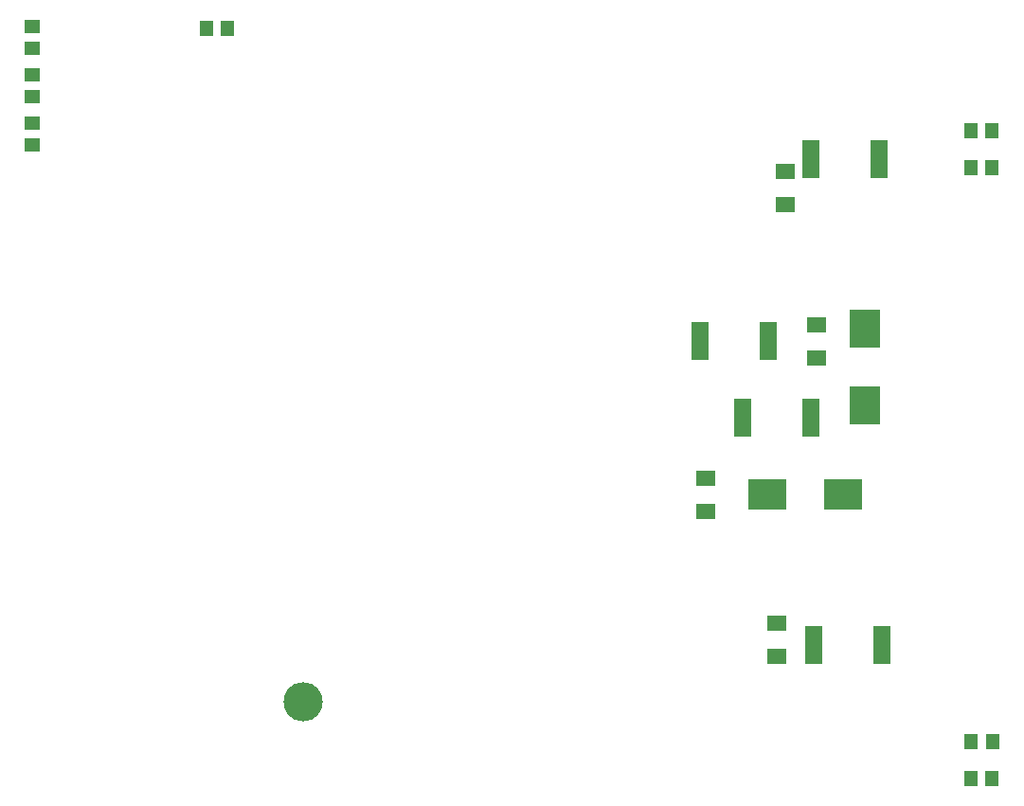
<source format=gbr>
G04 #@! TF.GenerationSoftware,KiCad,Pcbnew,(5.0.0-rc2-dev-586-g888c43477)*
G04 #@! TF.CreationDate,2018-06-03T12:19:04-03:00*
G04 #@! TF.ProjectId,Mcc18,4D636331382E6B696361645F70636200,rev?*
G04 #@! TF.SameCoordinates,Original*
G04 #@! TF.FileFunction,Paste,Top*
G04 #@! TF.FilePolarity,Positive*
%FSLAX46Y46*%
G04 Gerber Fmt 4.6, Leading zero omitted, Abs format (unit mm)*
G04 Created by KiCad (PCBNEW (5.0.0-rc2-dev-586-g888c43477)) date 06/03/18 12:19:04*
%MOMM*%
%LPD*%
G01*
G04 APERTURE LIST*
%ADD10R,1.295000X1.400000*%
%ADD11R,1.800000X1.395000*%
%ADD12O,3.500000X3.500000*%
%ADD13R,3.500000X2.700000*%
%ADD14R,2.700000X3.500000*%
%ADD15R,1.400000X1.295000*%
%ADD16R,1.495000X3.400000*%
G04 APERTURE END LIST*
D10*
X120093500Y-56388000D03*
X118158500Y-56388000D03*
X186484500Y-65532000D03*
X188419500Y-65532000D03*
D11*
X169164000Y-109480500D03*
X169164000Y-112515500D03*
X162814000Y-96526500D03*
X162814000Y-99561500D03*
X172720000Y-82810500D03*
X172720000Y-85845500D03*
X169926000Y-69094500D03*
X169926000Y-72129500D03*
D12*
X126850000Y-116586000D03*
D13*
X175104000Y-98044000D03*
X168304000Y-98044000D03*
D14*
X177038000Y-83214000D03*
X177038000Y-90014000D03*
D15*
X102616000Y-60500500D03*
X102616000Y-62435500D03*
D16*
X178531500Y-111506000D03*
X172496500Y-111506000D03*
X168371500Y-84328000D03*
X162336500Y-84328000D03*
X166146500Y-91186000D03*
X172181500Y-91186000D03*
X178277500Y-68072000D03*
X172242500Y-68072000D03*
D15*
X102616000Y-64818500D03*
X102616000Y-66753500D03*
X102616000Y-56182500D03*
X102616000Y-58117500D03*
D10*
X188419500Y-68834000D03*
X186484500Y-68834000D03*
X186484500Y-123444000D03*
X188419500Y-123444000D03*
X188468000Y-120142000D03*
X186533000Y-120142000D03*
M02*

</source>
